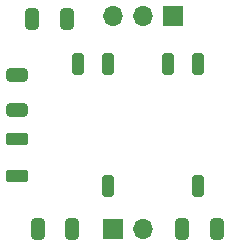
<source format=gbr>
%TF.GenerationSoftware,KiCad,Pcbnew,7.0.10*%
%TF.CreationDate,2024-02-11T10:34:46+07:00*%
%TF.ProjectId,HV-BOARD,48562d42-4f41-4524-942e-6b696361645f,rev?*%
%TF.SameCoordinates,PX86b4dd0PY68e7780*%
%TF.FileFunction,Soldermask,Top*%
%TF.FilePolarity,Negative*%
%FSLAX46Y46*%
G04 Gerber Fmt 4.6, Leading zero omitted, Abs format (unit mm)*
G04 Created by KiCad (PCBNEW 7.0.10) date 2024-02-11 10:34:46*
%MOMM*%
%LPD*%
G01*
G04 APERTURE LIST*
G04 Aperture macros list*
%AMRoundRect*
0 Rectangle with rounded corners*
0 $1 Rounding radius*
0 $2 $3 $4 $5 $6 $7 $8 $9 X,Y pos of 4 corners*
0 Add a 4 corners polygon primitive as box body*
4,1,4,$2,$3,$4,$5,$6,$7,$8,$9,$2,$3,0*
0 Add four circle primitives for the rounded corners*
1,1,$1+$1,$2,$3*
1,1,$1+$1,$4,$5*
1,1,$1+$1,$6,$7*
1,1,$1+$1,$8,$9*
0 Add four rect primitives between the rounded corners*
20,1,$1+$1,$2,$3,$4,$5,0*
20,1,$1+$1,$4,$5,$6,$7,0*
20,1,$1+$1,$6,$7,$8,$9,0*
20,1,$1+$1,$8,$9,$2,$3,0*%
G04 Aperture macros list end*
%ADD10RoundRect,0.250000X-0.325000X-0.650000X0.325000X-0.650000X0.325000X0.650000X-0.325000X0.650000X0*%
%ADD11RoundRect,0.250000X-0.650000X0.325000X-0.650000X-0.325000X0.650000X-0.325000X0.650000X0.325000X0*%
%ADD12RoundRect,0.250000X0.700000X-0.275000X0.700000X0.275000X-0.700000X0.275000X-0.700000X-0.275000X0*%
%ADD13RoundRect,0.250000X0.325000X0.650000X-0.325000X0.650000X-0.325000X-0.650000X0.325000X-0.650000X0*%
%ADD14RoundRect,0.250000X0.250000X0.675000X-0.250000X0.675000X-0.250000X-0.675000X0.250000X-0.675000X0*%
%ADD15R,1.700000X1.700000*%
%ADD16O,1.700000X1.700000*%
G04 APERTURE END LIST*
D10*
%TO.C,C12*%
X3525000Y19750000D03*
X6475000Y19750000D03*
%TD*%
D11*
%TO.C,C11*%
X2250000Y14975000D03*
X2250000Y12025000D03*
%TD*%
D12*
%TO.C,L1*%
X2250000Y6425000D03*
X2250000Y9575000D03*
%TD*%
D13*
%TO.C,C13*%
X19225000Y2000000D03*
X16275000Y2000000D03*
%TD*%
D10*
%TO.C,C10*%
X4025000Y2000000D03*
X6975000Y2000000D03*
%TD*%
D14*
%TO.C,B1*%
X17580000Y15925000D03*
X15040000Y15925000D03*
X9960000Y15925000D03*
X7420000Y15925000D03*
X9960000Y5575000D03*
X17580000Y5575000D03*
%TD*%
D15*
%TO.C,J5*%
X15500000Y20000000D03*
D16*
X12960000Y20000000D03*
X10420000Y20000000D03*
%TD*%
%TO.C,J7*%
X12960000Y2000000D03*
D15*
X10420000Y2000000D03*
%TD*%
M02*

</source>
